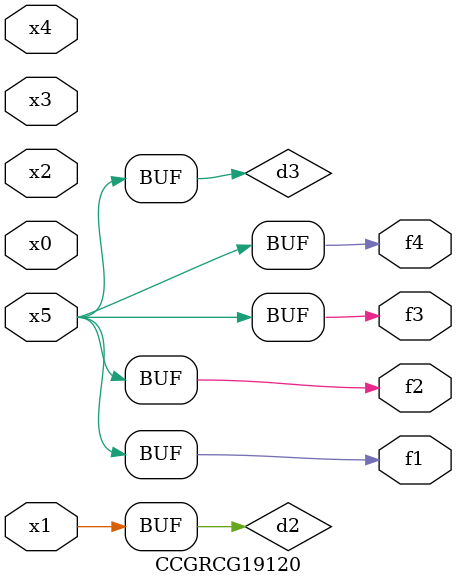
<source format=v>
module CCGRCG19120(
	input x0, x1, x2, x3, x4, x5,
	output f1, f2, f3, f4
);

	wire d1, d2, d3;

	not (d1, x5);
	or (d2, x1);
	xnor (d3, d1);
	assign f1 = d3;
	assign f2 = d3;
	assign f3 = d3;
	assign f4 = d3;
endmodule

</source>
